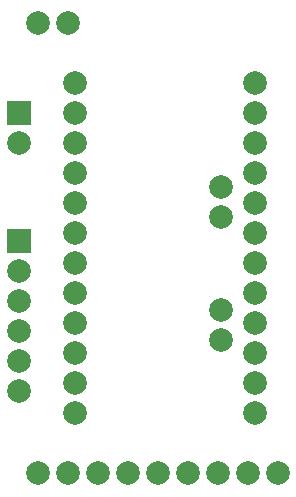
<source format=gbr>
G04 DipTrace 3.0.0.2*
G04 TopMask.gbr*
%MOIN*%
G04 #@! TF.FileFunction,Soldermask,Top*
G04 #@! TF.Part,Single*
%ADD23C,0.07874*%
%ADD25R,0.07874X0.07874*%
%FSLAX26Y26*%
G04*
G70*
G90*
G75*
G01*
G04 TopMask*
%LPD*%
D25*
X62500Y875000D3*
D23*
Y775000D3*
Y675000D3*
Y575000D3*
Y475000D3*
Y375000D3*
D25*
Y1300000D3*
D23*
Y1200000D3*
X925000Y100000D3*
X825000D3*
X725000D3*
X625000D3*
X525000D3*
X425000D3*
X325000D3*
X225000D3*
X125000D3*
Y1600000D3*
X225000D3*
X735000Y955000D3*
Y1055000D3*
Y545000D3*
Y645000D3*
X850000Y1400000D3*
Y1300000D3*
Y1200000D3*
Y1100000D3*
Y1000000D3*
Y900000D3*
Y800000D3*
X850007Y699993D3*
X850000Y600000D3*
Y500000D3*
Y400000D3*
X850013Y299986D3*
X250000Y300000D3*
Y400000D3*
Y500000D3*
Y600000D3*
Y700000D3*
Y800000D3*
Y900000D3*
Y1000000D3*
Y1100000D3*
Y1200000D3*
Y1300000D3*
Y1400000D3*
M02*

</source>
